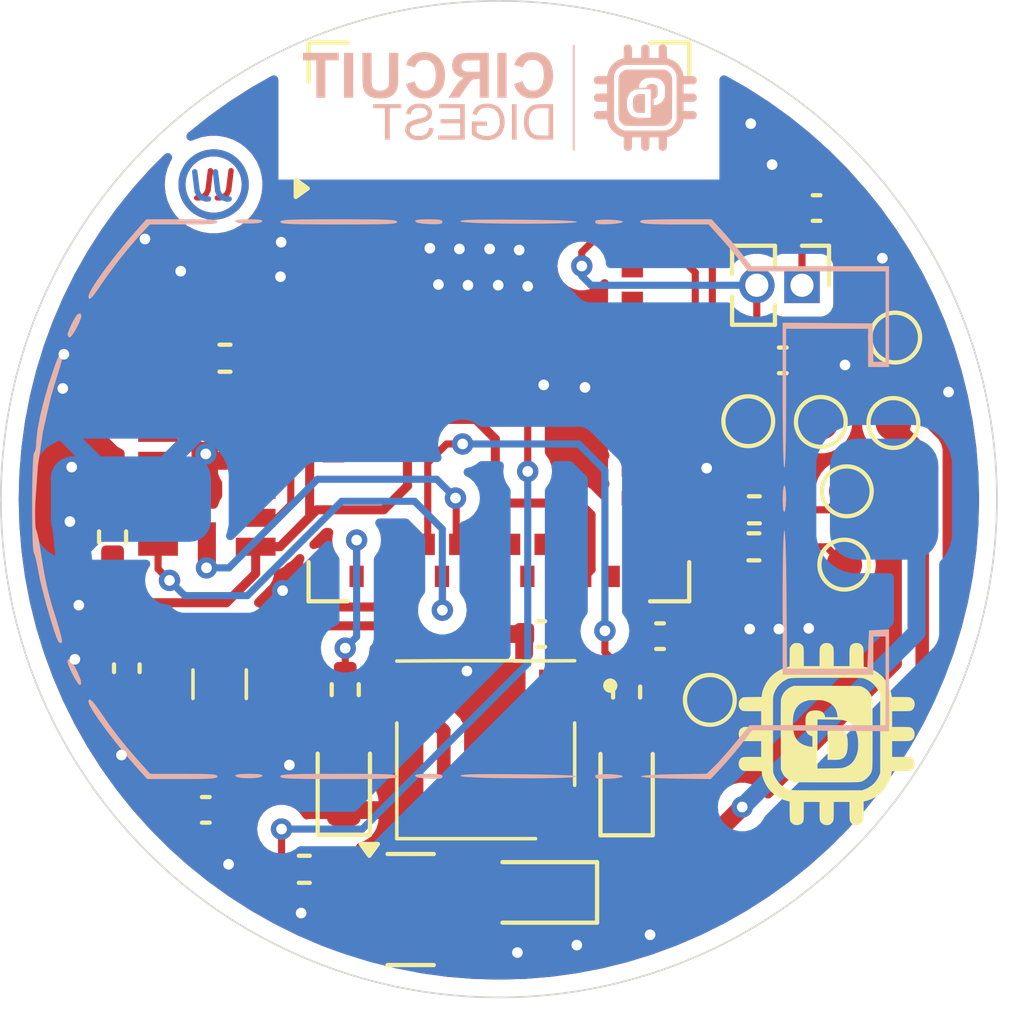
<source format=kicad_pcb>
(kicad_pcb (version 20240108) (generator "pcbnew") (generator_version "8.0")
  (layers (0 "F.Cu" signal) (31 "B.Cu" signal) (34 "B.Paste" user) (35 "F.Paste" user) (36 "B.SilkS" user "B.Silkscreen") (37 "F.SilkS" user "F.Silkscreen") (38 "B.Mask" user) (39 "F.Mask" user) (44 "Edge.Cuts" user))
  (net 0 "")
  (net 1 "GND")
  (net 2 "VDD")
  (net 3 "Net-(BZ1--)")
  (net 4 "Net-(U1-P0.00)")
  (net 5 "Net-(U1-P0.01)")
  (net 6 "VBUS")
  (net 7 "Net-(J1-Pin_1)")
  (net 8 "Net-(J1-Pin_2)")
  (net 9 "Net-(D1-A)")
  (net 10 "Net-(D2-A)")
  (net 11 "/SCL")
  (net 14 "/SDA")
  (net 15 "/INT1")
  (net 17 "Net-(IC1-~{CS})")
  (net 18 "/INT2")
  (net 19 "Net-(IC1-SDO{slash}ALT_ADDRESS)")
  (net 20 "Net-(Q1-E)")
  (net 21 "Net-(U1-P0.26)")
  (net 22 "Net-(U1-P0.27)")
  (net 23 "/D+")
  (net 24 "Net-(U1-D+)")
  (net 25 "Net-(U1-D-)")
  (net 26 "/D-")
  (net 27 "Net-(U1-P1.11)")
  (net 32 "/CLK")
  (net 45 "/SWD")
  (footprint "Resistor_SMD:R_0402_1005Metric" (layer "F.Cu") (at -5.47 10.4 180)
    (property "Reference" "R5" (hide yes))
    (property "Value" "1k")
    (pad "1" smd roundrect (at -0.51 0 180) (size 0.54 0.64) (layers "F.Cu" "F.Paste" "F.Mask") (net 20 "Net-(Q1-E)"))
    (pad "2" smd roundrect (at 0.51 0 180) (size 0.54 0.64) (layers "F.Cu" "F.Paste" "F.Mask") (net 27 "Net-(U1-P1.11)"))
  )
  (footprint "32.768:ABS07" (layer "F.Cu") (at -7.85 5.2 90)
    (property "Reference" "Y1" (hide yes))
    (property "Value" "32.768KHz" (hide yes))
    (pad "1" smd rect (at -1.25 0 90) (size 1.1 1.9) (layers "F.Cu" "F.Paste" "F.Mask") (net 5 "Net-(U1-P0.01)"))
    (pad "2" smd rect (at 1.25 0 90) (size 1.1 1.9) (layers "F.Cu" "F.Paste" "F.Mask") (net 4 "Net-(U1-P0.00)"))
  )
  (footprint "LED_SMD:LED_0603_1608Metric" (layer "F.Cu") (at 3.59 7.96 90)
    (property "Reference" "D1" (hide yes))
    (property "Value" "LED")
    (pad "1" smd roundrect (at -0.7875 0 90) (size 0.875 0.95) (layers "F.Cu" "F.Paste" "F.Mask") (net 1 "GND"))
    (pad "2" smd roundrect (at 0.7875 0 90) (size 0.875 0.95) (layers "F.Cu" "F.Paste" "F.Mask") (net 9 "Net-(D1-A)"))
  )
  (footprint "Connector_PinHeader_1.27mm:PinHeader_1x02_P1.27mm_Vertical" (layer "F.Cu") (at 8.52 -6.01 -90)
    (property "Reference" "J1" (hide yes))
    (property "Value" "NFC ANT")
    (pad "1" thru_hole rect (at 0 0 270) (size 1 1) (drill 0.65) (layers "*.Cu" "*.Mask") (net 7 "Net-(J1-Pin_1)"))
    (pad "2" thru_hole oval (at 0 1.27 270) (size 1 1) (drill 0.65) (layers "*.Cu" "*.Mask") (net 8 "Net-(J1-Pin_2)"))
  )
  (footprint "TestPoint:TestPoint_Pad_D1.0mm" (layer "F.Cu") (at 11.09 -2.14)
    (property "Reference" "TP5" (hide yes))
    (property "Value" "TestPoint")
    (pad "1" smd circle (at 0 0) (size 1 1) (layers "F.Cu" "F.Mask") (net 2 "VDD"))
  )
  (footprint "Package_TO_SOT_SMD:SOT-23" (layer "F.Cu") (at -2.48 11.53)
    (property "Reference" "Q1" (hide yes))
    (property "Value" "S8050")
    (pad "1" smd roundrect (at -0.9375 -0.95) (size 1.475 0.6) (layers "F.Cu" "F.Paste" "F.Mask") (net 20 "Net-(Q1-E)"))
    (pad "2" smd roundrect (at -0.9375 0.95) (size 1.475 0.6) (layers "F.Cu" "F.Paste" "F.Mask") (net 1 "GND"))
    (pad "3" smd roundrect (at 0.9375 0) (size 1.475 0.6) (layers "F.Cu" "F.Paste" "F.Mask") (net 3 "Net-(BZ1--)"))
  )
  (footprint "TestPoint:TestPoint_Pad_D1.0mm" (layer "F.Cu") (at 5.93 5.64)
    (property "Reference" "TP7" (hide yes))
    (property "Value" "TestPoint")
    (pad "1" smd circle (at 0 0) (size 1 1) (layers "F.Cu" "F.Mask") (net 6 "VBUS"))
  )
  (footprint "BuzzerSMD:SMT0540SR" (layer "F.Cu") (at -0.37 7.04 180)
    (property "Reference" "BZ1" (hide yes))
    (property "Value" "SMT-0540-S-R" (hide yes))
    (pad "1" smd rect (at -2.25 1.6 270) (size 1.3 1.5) (layers "F.Cu" "F.Paste" "F.Mask") (net 2 "VDD"))
    (pad "2" smd rect (at 2.25 1.6 270) (size 1.3 1.5) (layers "F.Cu" "F.Paste" "F.Mask") (net 3 "Net-(BZ1--)"))
    (pad "3" smd rect (at -2.25 -1.9 270) (size 1.3 1.3) (layers "F.Cu" "F.Paste" "F.Mask"))
  )
  (footprint "Resistor_SMD:R_0402_1005Metric" (layer "F.Cu") (at -7.7 -3.96)
    (property "Reference" "R6" (hide yes))
    (property "Value" "10k")
    (pad "1" smd roundrect (at -0.51 0) (size 0.54 0.64) (layers "F.Cu" "F.Paste" "F.Mask") (net 17 "Net-(IC1-~{CS})"))
    (pad "2" smd roundrect (at 0.51 0) (size 0.54 0.64) (layers "F.Cu" "F.Paste" "F.Mask") (net 2 "VDD"))
  )
  (footprint "Resistor_SMD:R_0402_1005Metric" (layer "F.Cu") (at 7.17 1.34 180)
    (property "Reference" "R4" (hide yes))
    (property "Value" "27")
    (pad "1" smd roundrect (at -0.51 0 180) (size 0.54 0.64) (layers "F.Cu" "F.Paste" "F.Mask") (net 26 "/D-"))
    (pad "2" smd roundrect (at 0.51 0 180) (size 0.54 0.64) (layers "F.Cu" "F.Paste" "F.Mask") (net 25 "Net-(U1-D-)"))
  )
  (footprint "TestPoint:TestPoint_Pad_D1.0mm" (layer "F.Cu") (at 9.05 -2.17 90)
    (property "Reference" "TP4" (hide yes))
    (property "Value" "TestPoint")
    (pad "1" smd circle (at 0 0 90) (size 1 1) (layers "F.Cu" "F.Mask") (net 32 "/CLK"))
  )
  (footprint "Capacitor_SMD:C_0402_1005Metric" (layer "F.Cu") (at -10.46 4.75 -90)
    (property "Reference" "C1" (hide yes))
    (property "Value" "7pF")
    (pad "1" smd roundrect (at -0.48 0 270) (size 0.56 0.62) (layers "F.Cu" "F.Paste" "F.Mask") (net 4 "Net-(U1-P0.00)"))
    (pad "2" smd roundrect (at 0.48 0 270) (size 0.56 0.62) (layers "F.Cu" "F.Paste" "F.Mask") (net 1 "GND"))
  )
  (footprint "Resistor_SMD:R_0402_1005Metric" (layer "F.Cu") (at 7.18 0.3 180)
    (property "Reference" "R3" (hide yes))
    (property "Value" "27")
    (pad "1" smd roundrect (at -0.51 0 180) (size 0.54 0.64) (layers "F.Cu" "F.Paste" "F.Mask") (net 23 "/D+"))
    (pad "2" smd roundrect (at 0.51 0 180) (size 0.54 0.64) (layers "F.Cu" "F.Paste" "F.Mask") (net 24 "Net-(U1-D+)"))
  )
  (footprint "Capacitor_SMD:C_0402_1005Metric" (layer "F.Cu") (at 7.98 -3.9)
    (property "Reference" "C6" (hide yes))
    (property "Value" "10uF")
    (pad "1" smd roundrect (at -0.48 0) (size 0.56 0.62) (layers "F.Cu" "F.Paste" "F.Mask") (net 8 "Net-(J1-Pin_2)"))
    (pad "2" smd roundrect (at 0.48 0) (size 0.56 0.62) (layers "F.Cu" "F.Paste" "F.Mask") (net 1 "GND"))
  )
  (footprint "Resistor_SMD:R_0402_1005Metric" (layer "F.Cu") (at 3.59 5.42 -90)
    (property "Reference" "R1" (hide yes))
    (property "Value" "1k")
    (pad "1" smd roundrect (at -0.51 0 270) (size 0.54 0.64) (layers "F.Cu" "F.Paste" "F.Mask") (net 21 "Net-(U1-P0.26)"))
    (pad "2" smd roundrect (at 0.51 0 270) (size 0.54 0.64) (layers "F.Cu" "F.Paste" "F.Mask") (net 9 "Net-(D1-A)"))
  )
  (footprint "Capacitor_SMD:C_0402_1005Metric" (layer "F.Cu") (at -8.24 8.73 180)
    (property "Reference" "C2" (hide yes))
    (property "Value" "7pF")
    (pad "1" smd roundrect (at -0.48 0 180) (size 0.56 0.62) (layers "F.Cu" "F.Paste" "F.Mask") (net 5 "Net-(U1-P0.01)"))
    (pad "2" smd roundrect (at 0.48 0 180) (size 0.56 0.62) (layers "F.Cu" "F.Paste" "F.Mask") (net 1 "GND"))
  )
  (footprint "LOGO" (layer "F.Cu") (at 9.23 6.6)
    (property "Reference" "G***" (hide yes))
    (property "Value" "LOGO" (hide yes))
  )
  (footprint "TestPoint:TestPoint_Pad_D1.0mm" (layer "F.Cu") (at 11.14 -4.54)
    (property "Reference" "TP6" (hide yes))
    (property "Value" "TestPoint")
    (pad "1" smd circle (at 0 0) (size 1 1) (layers "F.Cu" "F.Mask") (net 1 "GND"))
  )
  (footprint "Capacitor_SMD:C_0402_1005Metric" (layer "F.Cu") (at 8.93 -8.18 180)
    (property "Reference" "C5" (hide yes))
    (property "Value" "10uF")
    (pad "1" smd roundrect (at -0.48 0 180) (size 0.56 0.62) (layers "F.Cu" "F.Paste" "F.Mask") (net 1 "GND"))
    (pad "2" smd roundrect (at 0.48 0 180) (size 0.56 0.62) (layers "F.Cu" "F.Paste" "F.Mask") (net 7 "Net-(J1-Pin_1)"))
  )
  (footprint "Capacitor_SMD:C_0402_1005Metric" (layer "F.Cu") (at 4.53 3.85 180)
    (property "Reference" "C4" (hide yes))
    (property "Value" "10uF")
    (pad "1" smd roundrect (at -0.48 0 180) (size 0.56 0.62) (layers "F.Cu" "F.Paste" "F.Mask") (net 1 "GND"))
    (pad "2" smd roundrect (at 0.48 0 180) (size 0.56 0.62) (layers "F.Cu" "F.Paste" "F.Mask") (net 6 "VBUS"))
  )
  (footprint "TestPoint:TestPoint_Pad_D1.0mm" (layer "F.Cu") (at 9.78 -0.22)
    (property "Reference" "TP2" (hide yes))
    (property "Value" "TestPoint")
    (pad "1" smd circle (at 0 0) (size 1 1) (layers "F.Cu" "F.Mask") (net 23 "/D+"))
  )
  (footprint "Resistor_SMD:R_0402_1005Metric" (layer "F.Cu") (at -4.32 5.3525 -90)
    (property "Reference" "R2" (hide yes))
    (property "Value" "1k")
    (pad "1" smd roundrect (at -0.51 0 270) (size 0.54 0.64) (layers "F.Cu" "F.Paste" "F.Mask") (net 22 "Net-(U1-P0.27)"))
    (pad "2" smd roundrect (at 0.51 0 270) (size 0.54 0.64) (layers "F.Cu" "F.Paste" "F.Mask") (net 10 "Net-(D2-A)"))
  )
  (footprint "Resistor_SMD:R_0402_1005Metric" (layer "F.Cu") (at -10.86 1.06 -90)
    (property "Reference" "R7" (hide yes))
    (property "Value" "10k")
    (pad "1" smd roundrect (at -0.51 0 270) (size 0.54 0.64) (layers "F.Cu" "F.Paste" "F.Mask") (net 19 "Net-(IC1-SDO{slash}ALT_ADDRESS)"))
    (pad "2" smd roundrect (at 0.51 0 270) (size 0.54 0.64) (layers "F.Cu" "F.Paste" "F.Mask") (net 2 "VDD"))
  )
  (footprint "LED_SMD:LED_0603_1608Metric" (layer "F.Cu") (at -4.36 7.95 90)
    (property "Reference" "D2" (hide yes))
    (property "Value" "LED")
    (pad "1" smd roundrect (at -0.7875 0 90) (size 0.875 0.95) (layers "F.Cu" "F.Paste" "F.Mask") (net 1 "GND"))
    (pad "2" smd roundrect (at 0.7875 0 90) (size 0.875 0.95) (layers "F.Cu" "F.Paste" "F.Mask") (net 10 "Net-(D2-A)"))
  )
  (footprint "TestPoint:TestPoint_Pad_D1.0mm" (layer "F.Cu") (at 9.71 1.84)
    (property "Reference" "TP1" (hide yes))
    (property "Value" "TestPoint")
    (pad "1" smd circle (at 0 0) (size 1 1) (layers "F.Cu" "F.Mask") (net 26 "/D-"))
  )
  (footprint "ADXL345:LGA14R80P3X6_300X500X100" (layer "F.Cu") (at -8.21 -0.67 180)
    (property "Reference" "IC1" (hide yes))
    (property "Value" "ADXL345BCCZ" (hide yes))
    (pad "1" smd rect (at -1.3716 -2.0066 270) (size 0.508 1.1176) (layers "F.Cu" "F.Paste" "F.Mask") (net 2 "VDD"))
    (pad "2" smd rect (at -1.3716 -1.1938 270) (size 0.508 1.1176) (layers "F.Cu" "F.Paste" "F.Mask") (net 1 "GND"))
    (pad "3" smd rect (at -1.3716 -0.4064 270) (size 0.508 1.1176) (layers "F.Cu" "F.Paste" "F.Mask"))
    (pad "4" smd rect (at -1.3716 0.4064 270) (size 0.508 1.1176) (layers "F.Cu" "F.Paste" "F.Mask") (net 1 "GND"))
    (pad "5" smd rect (at -1.3716 1.1938 270) (size 0.508 1.1176) (layers "F.Cu" "F.Paste" "F.Mask") (net 1 "GND"))
    (pad "6" smd rect (at -1.3716 2.0066 270) (size 0.508 1.1176) (layers "F.Cu" "F.Paste" "F.Mask") (net 2 "VDD"))
    (pad "7" smd rect (at 0 1.8796 180) (size 0.508 1.1176) (layers "F.Cu" "F.Paste" "F.Mask") (net 17 "Net-(IC1-~{CS})"))
    (pad "8" smd rect (at 1.3716 2.0066 270) (size 0.508 1.1176) (layers "F.Cu" "F.Paste" "F.Mask") (net 15 "/INT1"))
    (pad "9" smd rect (at 1.3716 1.1938 270) (size 0.508 1.1176) (layers "F.Cu" "F.Paste" "F.Mask") (net 18 "/INT2"))
    (pad "10" smd rect (at 1.3716 0.4064 270) (size 0.508 1.1176) (layers "F.Cu" "F.Paste" "F.Mask"))
    (pad "11" smd rect (at 1.3716 -0.4064 270) (size 0.508 1.1176) (layers "F.Cu" "F.Paste" "F.Mask"))
    (pad "12" smd rect (at 1.3716 -1.1938 270) (size 0.508 1.1176) (layers "F.Cu" "F.Paste" "F.Mask") (net 19 "Net-(IC1-SDO{slash}ALT_ADDRESS)"))
    (pad "13" smd rect (at 1.3716 -2.0066 270) (size 0.508 1.1176) (layers "F.Cu" "F.Paste" "F.Mask") (net 14 "/SDA"))
    (pad "14" smd rect (at 0 -1.8796 180) (size 0.508 1.1176) (layers "F.Cu" "F.Paste" "F.Mask") (net 11 "/SCL"))
  )
  (footprint "RF_Module:Raytac_MDBT50Q" (layer "F.Cu") (at 0 -4.98)
    (property "Reference" "U1" (hide yes))
    (property "Value" "MDBT50Q-1MV2")
    (pad "1" smd rect (at -4.65 -3.75) (size 0.6 0.4) (layers "F.Cu" "F.Paste" "F.Mask") (net 1 "GND"))
    (pad "2" smd rect (at -4.65 -2.65) (size 0.6 0.4) (layers "F.Cu" "F.Paste" "F.Mask") (net 1 "GND"))
    (pad "3" smd rect (at -4.65 -1.85) (size 0.6 0.4) (layers "F.Cu" "F.Paste" "F.Mask"))
    (pad "4" smd rect (at -4.65 -0.25) (size 0.6 0.4) (layers "F.Cu" "F.Paste" "F.Mask") (net 27 "Net-(U1-P1.11)"))
    (pad "5" smd rect (at -3.75 0.15) (size 0.6 0.4) (layers "F.Cu" "F.Paste" "F.Mask"))
    (pad "6" smd rect (at -4.65 0.55) (size 0.6 0.4) (layers "F.Cu" "F.Paste" "F.Mask") (net 18 "/INT2"))
    (pad "7" smd rect (at -3.75 0.95) (size 0.6 0.4) (layers "F.Cu" "F.Paste" "F.Mask"))
    (pad "8" smd rect (at -4.65 1.35) (size 0.6 0.4) (layers "F.Cu" "F.Paste" "F.Mask") (net 15 "/INT1"))
    (pad "9" smd rect (at -3.75 1.75) (size 0.6 0.4) (layers "F.Cu" "F.Paste" "F.Mask"))
    (pad "10" smd rect (at -4.65 2.15) (size 0.6 0.4) (layers "F.Cu" "F.Paste" "F.Mask"))
    (pad "11" smd rect (at -3.75 2.55) (size 0.6 0.4) (layers "F.Cu" "F.Paste" "F.Mask"))
    (pad "12" smd rect (at -4.65 2.95) (size 0.6 0.4) (layers "F.Cu" "F.Paste" "F.Mask"))
    (pad "13" smd rect (at -3.75 3.35) (size 0.6 0.4) (layers "F.Cu" "F.Paste" "F.Mask"))
    (pad "14" smd rect (at -4.65 3.75) (size 0.6 0.4) (layers "F.Cu" "F.Paste" "F.Mask"))
    (pad "15" smd rect (at -4.8 7.15 90) (size 0.6 0.4) (layers "F.Cu" "F.Paste" "F.Mask") (net 1 "GND"))
    (pad "16" smd rect (at -4 7.15 90) (size 0.6 0.4) (layers "F.Cu" "F.Paste" "F.Mask") (net 22 "Net-(U1-P0.27)"))
    (pad "17" smd rect (at -3.2 7.15 90) (size 0.6 0.4) (layers "F.Cu" "F.Paste" "F.Mask") (net 4 "Net-(U1-P0.00)"))
    (pad "18" smd rect (at -2.4 7.15 90) (size 0.6 0.4) (layers "F.Cu" "F.Paste" "F.Mask") (net 5 "Net-(U1-P0.01)"))
    (pad "19" smd rect (at -2 6.25 90) (size 0.6 0.4) (layers "F.Cu" "F.Paste" "F.Mask") (net 21 "Net-(U1-P0.26)"))
    (pad "20" smd rect (at -1.6 7.15 90) (size 0.6 0.4) (layers "F.Cu" "F.Paste" "F.Mask") (net 14 "/SDA"))
    (pad "21" smd rect (at -1.2 6.25 90) (size 0.6 0.4) (layers "F.Cu" "F.Paste" "F.Mask") (net 11 "/SCL"))
    (pad "22" smd rect (at -0.8 7.15 90) (size 0.6 0.4) (layers "F.Cu" "F.Paste" "F.Mask"))
    (pad "23" smd rect (at -0.4 6.25 90) (size 0.6 0.4) (layers "F.Cu" "F.Paste" "F.Mask"))
    (pad "24" smd rect (at 0 7.15 90) (size 0.6 0.4) (layers "F.Cu" "F.Paste" "F.Mask"))
    (pad "25" smd rect (at 0.4 6.25 90) (size 0.6 0.4) (layers "F.Cu" "F.Paste" "F.Mask"))
    (pad "26" smd rect (at 0.8 7.15 90) (size 0.6 0.4) (layers "F.Cu" "F.Paste" "F.Mask"))
    (pad "27" smd rect (at 1.2 6.25 90) (size 0.6 0.4) (layers "F.Cu" "F.Paste" "F.Mask"))
    (pad "28" smd rect (at 1.6 7.15 90) (size 0.6 0.4) (layers "F.Cu" "F.Paste" "F.Mask") (net 2 "VDD"))
    (pad "29" smd rect (at 2 6.25 90) (size 0.6 0.4) (layers "F.Cu" "F.Paste" "F.Mask"))
    (pad "30" smd rect (at 2.4 7.15 90) (size 0.6 0.4) (layers "F.Cu" "F.Paste" "F.Mask") (net 2 "VDD"))
    (pad "31" smd rect (at 3.2 7.15 90) (size 0.6 0.4) (layers "F.Cu" "F.Paste" "F.Mask"))
    (pad "32" smd rect (at 4 7.15 90) (size 0.6 0.4) (layers "F.Cu" "F.Paste" "F.Mask") (net 6 "VBUS"))
    (pad "33" smd rect (at 4.8 7.15 90) (size 0.6 0.4) (layers "F.Cu" "F.Paste" "F.Mask") (net 1 "GND"))
    (pad "34" smd rect (at 4.65 6.15) (size 0.6 0.4) (layers "F.Cu" "F.Paste" "F.Mask") (net 25 "Net-(U1-D-)"))
    (pad "35" smd rect (at 4.65 5.35) (size 0.6 0.4) (layers "F.Cu" "F.Paste" "F.Mask") (net 24 "Net-(U1-D+)"))
    (pad "36" smd rect (at 3.75 4.95) (size 0.6 0.4) (layers "F.Cu" "F.Paste" "F.Mask"))
    (pad "37" smd rect (at 4.65 4.55) (size 0.6 0.4) (layers "F.Cu" "F.Paste" "F.Mask"))
    (pad "38" smd rect (at 3.75 4.15) (size 0.6 0.4) (layers "F.Cu" "F.Paste" "F.Mask"))
    (pad "39" smd rect (at 4.65 3.75) (size 0.6 0.4) (layers "F.Cu" "F.Paste" "F.Mask"))
    (pad "40" smd rect (at 3.75 3.35) (size 0.6 0.4) (layers "F.Cu" "F.Paste" "F.Mask"))
    (pad "41" smd rect (at 4.65 2.95) (size 0.6 0.4) (layers "F.Cu" "F.Paste" "F.Mask"))
    (pad "42" smd rect (at 3.75 2.55) (size 0.6 0.4) (layers "F.Cu" "F.Paste" "F.Mask"))
    (pad "43" smd rect (at 3.75 1.75) (size 0.6 0.4) (layers "F.Cu" "F.Paste" "F.Mask"))
    (pad "44" smd rect (at 4.65 1.35) (size 0.6 0.4) (layers "F.Cu" "F.Paste" "F.Mask"))
    (pad "45" smd rect (at 3.75 0.95) (size 0.6 0.4) (layers "F.Cu" "F.Paste" "F.Mask"))
    (pad "46" smd rect (at 4.65 0.55) (size 0.6 0.4) (layers "F.Cu" "F.Paste" "F.Mask"))
    (pad "47" smd rect (at 3.75 0.15) (size 0.6 0.4) (layers "F.Cu" "F.Paste" "F.Mask"))
    (pad "48" smd rect (at 4.65 -0.25) (size 0.6 0.4) (layers "F.Cu" "F.Paste" "F.Mask"))
    (pad "49" smd rect (at 3.75 -0.65) (size 0.6 0.4) (layers "F.Cu" "F.Paste" "F.Mask"))
    (pad "50" smd rect (at 3.75 -1.45) (size 0.6 0.4) (layers "F.Cu" "F.Paste" "F.Mask"))
    (pad "51" smd rect (at 4.65 -1.85) (size 0.6 0.4) (layers "F.Cu" "F.Paste" "F.Mask") (net 45 "/SWD"))
    (pad "52" smd rect (at 3.75 -2.25) (size 0.6 0.4) (layers "F.Cu" "F.Paste" "F.Mask") (net 8 "Net-(J1-Pin_2)"))
    (pad "53" smd rect (at 4.65 -2.65) (size 0.6 0.4) (layers "F.Cu" "F.Paste" "F.Mask") (net 32 "/CLK"))
    (pad "54" smd rect (at 3.75 -3.05) (size 0.6 0.4) (layers "F.Cu" "F.Paste" "F.Mask") (net 7 "Net-(J1-Pin_1)"))
    (pad "55" smd rect (at 4.65 -3.75) (size 0.6 0.4) (layers "F.Cu" "F.Paste" "F.Mask") (net 1 "GND"))
    (pad "56" smd rect (at -2 0.55 90) (size 0.6 0.4) (layers "F.Cu" "F.Paste" "F.Mask"))
    (pad "57" smd rect (at -1.2 0.55 90) (size 0.6 0.4) (layers "F.Cu" "F.Paste" "F.Mask"))
    (pad "58" smd rect (at -0.4 0.55 90) (size 0.6 0.4) (layers "F.Cu" "F.Paste" "F.Mask"))
    (pad "59" smd rect (at 0.4 0.55 90) (size 0.6 0.4) (layers "F.Cu" "F.Paste" "F.Mask"))
    (pad "60" smd rect (at 1.2 0.55 90) (size 0.6 0.4) (layers "F.Cu" "F.Paste" "F.Mask"))
    (pad "61" smd rect (at 2 0.55 90) (size 0.6 0.4) (layers "F.Cu" "F.Paste" "F.Mask"))
    (zone (net 0) (net_name "") (layer "F.Cu") (connect_pads (clearance 0)) (min_thickness 0.254)
      (keepout (tracks not_allowed) (vias not_allowed) (pads not_allowed) (copperpour not_allowed) (footprints not_allowed))
      (fill (thermal_gap 0.508) (thermal_bridge_width 0.508))
      (polygon (pts (xy -0.7 -7.73) (xy -2.3 -7.73) (xy -2.3 -8.93) (xy -0.7 -8.93)))
    )
    (zone (net 0) (net_name "") (layers "*.Cu") (connect_pads (clearance 0)) (min_thickness 0.254)
      (keepout (tracks not_allowed) (vias not_allowed) (pads not_allowed) (copperpour not_allowed) (footprints not_allowed))
      (fill (thermal_gap 0.508) (thermal_bridge_width 0.508))
      (polygon (pts (xy -6.2 -8.98) (xy 6.2 -8.98) (xy 6.2 -12.73) (xy -6.2 -12.73)))
    )
  )
  (footprint "TestPoint:TestPoint_Pad_D1.0mm" (layer "F.Cu") (at 7.01 -2.19 90)
    (property "Reference" "TP3" (hide yes))
    (property "Value" "TestPoint")
    (pad "1" smd circle (at 0 0 90) (size 1 1) (layers "F.Cu" "F.Mask") (net 45 "/SWD"))
  )
  (footprint "Capacitor_SMD:C_0402_1005Metric" (layer "F.Cu") (at 1.19 3.79)
    (property "Reference" "C3" (hide yes))
    (property "Value" "10uF")
    (pad "1" smd roundrect (at -0.48 0) (size 0.56 0.62) (layers "F.Cu" "F.Paste" "F.Mask") (net 1 "GND"))
    (pad "2" smd roundrect (at 0.48 0) (size 0.56 0.62) (layers "F.Cu" "F.Paste" "F.Mask") (net 2 "VDD"))
  )
  (footprint "Diode_SMD:D_SOD-323" (layer "F.Cu") (at 1.15 11.05 180)
    (property "Reference" "D3" (hide yes))
    (property "Value" "1N4148WS")
    (pad "1" smd roundrect (at -1.05 0 180) (size 0.6 0.45) (layers "F.Cu" "F.Paste" "F.Mask") (net 2 "VDD"))
    (pad "2" smd roundrect (at 1.05 0 180) (size 0.6 0.45) (layers "F.Cu" "F.Paste" "F.Mask") (net 3 "Net-(BZ1--)"))
  )
  (footprint "CR2032Holder_BH-74B-5:BH-74B-5" (layer "B.Cu") (at -13.145 0)
    (property "Reference" "BT1" (hide yes))
    (property "Value" "CR2032" (hide yes))
    (pad "1" smd roundrect (at 23.975 0) (size 3.05 3.4) (layers "B.Cu" "B.Paste" "B.Mask") (net 2 "VDD"))
    (pad "2" smd roundrect (at 2.8 0) (size 4.5 2.4) (layers "B.Cu" "B.Paste" "B.Mask") (net 1 "GND"))
  )
  (footprint "LOGO" (layer "B.Cu") (at 0.03 -11.28 180)
    (property "Reference" "G***" (hide yes))
    (property "Value" "LOGO" (hide yes))
  )
  (gr_circle (center -8.02 -8.84) (end -7.131 -8.84) (stroke (width 0.2)) (fill none) (layer "F.Cu"))
  (gr_circle (center -8.02 -8.84) (end -7.131 -8.84) (stroke (width 0.2)) (fill none) (layer "B.Cu"))
  (gr_circle (center 0 0) (end 14 0) (stroke (width 0.05)) (fill none) (layer "Edge.Cuts"))
  (gr_text "JJ" (at -8.7 -8.81 0) (layer "F.Cu") (effects (font (size 0.762 0.762) (thickness 0.1524) (bold yes) (italic yes)) (justify left)))
  (gr_text "JJ" (at -7.38 -8.78 0) (layer "B.Cu") (effects (font (size 0.762 0.762) (thickness 0.1524) (bold yes) (italic yes)) (justify left mirror)))
  (segment (start -6.8384 0.5238) (end -6.2238 0.5238) (width 0.2) (layer "F.Cu") (net 1))
  (segment (start -5.85 0.15) (end -5.85 -0.79) (width 0.2) (layer "F.Cu") (net 1))
  (segment (start -11.67 3.12) (end -11.81 2.98) (width 0.2) (layer "F.Cu") (net 1))
  (segment (start 4.65 -8.73) (end 7.01 -8.73) (width 0.2) (layer "F.Cu") (net 1))
  (segment (start 7.01 -8.73) (end 7.68 -9.4) (width 0.2) (layer "F.Cu") (net 1))
  (segment (start -6.1364 -1.0764) (end -6.8384 -1.0764) (width 0.2) (layer "F.Cu") (net 1))
  (segment (start -6.2238 0.5238) (end -5.85 0.15) (width 0.2) (layer "F.Cu") (net 1))
  (segment (start -5.85 -0.79) (end -6.1364 -1.0764) (width 0.2) (layer "F.Cu") (net 1))
  (via (at -0.9 4.83) (size 0.6) (drill 0.3) (layers "F.Cu" "B.Cu") (net 1))
  (via (at -12.23 -4.07) (size 0.6) (drill 0.3) (layers "F.Cu" "B.Cu") (net 1))
  (via (at -10.61 7.19) (size 0.6) (drill 0.3) (layers "F.Cu" "B.Cu") (net 1))
  (via (at 7.87 3.65) (size 0.6) (drill 0.3) (layers "F.Cu" "B.Cu") (net 1))
  (via (at 7.08 -10.55) (size 0.6) (drill 0.3) (layers "F.Cu" "B.Cu") (net 1))
  (via (at -0.87 -6.01) (size 0.6) (drill 0.3) (layers "F.Cu" "B.Cu") (net 1))
  (via (at 4.25 12.24) (size 0.6) (drill 0.3) (layers "F.Cu" "B.Cu") (net 1))
  (via (at 0.52 12.74) (size 0.6) (drill 0.3) (layers "F.Cu" "B.Cu") (net 1))
  (via (at 2.42 -3.14) (size 0.6) (drill 0.3) (layers "F.Cu" "B.Cu") (net 1))
  (via (at -12.06 0.63) (size 0.6) (drill 0.3) (layers "F.Cu" "B.Cu") (net 1))
  (via (at -0.02 -6.01) (size 0.6) (drill 0.3) (layers "F.Cu" "B.Cu") (net 1))
  (via (at -1.11 -7.03) (size 0.6) (drill 0.3) (layers "F.Cu" "B.Cu") (net 1))
  (via (at 0.57 -7) (size 0.6) (drill 0.3) (layers "F.Cu" "B.Cu") (net 1))
  (via (at -1.7 -6.03) (size 0.6) (drill 0.3) (layers "F.Cu" "B.Cu") (net 1))
  (via (at -8.945 -6.405) (size 0.6) (drill 0.3) (layers "F.Cu" "B.Cu") (net 1))
  (via (at 5.84 -0.87) (size 0.6) (drill 0.3) (layers "F.Cu" "B.Cu") (net 1))
  (via (at -6.08 2.57) (size 0.6) (drill 0.3) (layers "F.Cu" "B.Cu") (net 1))
  (via (at 7.68 -9.4) (size 0.6) (drill 0.3) (layers "F.Cu" "B.Cu") (net 1))
  (via (at -6.12 -7.22) (size 0.6) (drill 0.3) (layers "F.Cu" "B.Cu") (net 1))
  (via (at -5.89 7.47) (size 0.6) (drill 0.3) (layers "F.Cu" "B.Cu") (net 1))
  (via (at 1.26 -3.21) (size 0.6) (drill 0.3) (layers "F.Cu" "B.Cu") (net 1))
  (via (at 12.64 -3.01) (size 0.6) (drill 0.3) (layers "F.Cu" "B.Cu") (net 1))
  (via (at -12.26 -3.11) (size 0.6) (drill 0.3) (layers "F.Cu" "B.Cu") (net 1))
  (via (at -11.92 4.5) (size 0.6) (drill 0.3) (layers "F.Cu" "B.Cu") (net 1))
  (via (at 8.71 3.63) (size 0.6) (drill 0.3) (layers "F.Cu" "B.Cu") (net 1))
  (via (at 2.19 12.53) (size 0.6) (drill 0.3) (layers "F.Cu" "B.Cu") (net 1))
  (via (at 7.05 3.65) (size 0.6) (drill 0.3) (layers "F.Cu" "B.Cu") (net 1))
  (via (at 9.73 -3.77) (size 0.6) (drill 0.3) (layers "F.Cu" "B.Cu") (net 1))
  (via (at -7.6 10.26) (size 0.6) (drill 0.3) (layers "F.Cu" "B.Cu") (net 1))
  (via (at -12.01 -0.9) (size 0.6) (drill 0.3) (layers "F.Cu" "B.Cu") (net 1))
  (via (at -8.24 -1.27) (size 0.6) (drill 0.3) (layers "F.Cu" "B.Cu") (net 1))
  (via (at -9.95 -7.31) (size 0.6) (drill 0.3) (layers "F.Cu" "B.Cu") (net 1))
  (via (at -1.94 -7.05) (size 0.6) (drill 0.3) (layers "F.Cu" "B.Cu") (net 1))
  (via (at 0.81 -5.98) (size 0.6) (drill 0.3) (layers "F.Cu" "B.Cu") (net 1))
  (via (at -11.81 2.98) (size 0.6) (drill 0.3) (layers "F.Cu" "B.Cu") (net 1))
  (via (at -6.14 -6.25) (size 0.6) (drill 0.3) (layers "F.Cu" "B.Cu") (net 1))
  (via (at -5.56 11.63) (size 0.6) (drill 0.3) (layers "F.Cu" "B.Cu") (net 1))
  (via (at 10.78 -6.77) (size 0.6) (drill 0.3) (layers "F.Cu" "B.Cu") (net 1))
  (via (at -0.26 -7.03) (size 0.6) (drill 0.3) (layers "F.Cu" "B.Cu") (net 1))
  (segment (start -11.81 0.460993) (end -11.35 0.000993) (width 1.016) (layer "B.Cu") (net 1))
  (segment (start -12.06 0.63) (end -11.81 0.460993) (width 1.016) (layer "B.Cu") (net 1))
  (segment (start -11.81 2.98) (end -12.06 0.63) (width 1.016) (layer "B.Cu") (net 1))
  (segment (start -0.1 -0.27) (end -0.1 -1.69) (width 0.254) (layer "F.Cu") (net 2))
  (segment (start -10.18 2.91) (end -7.66 2.91) (width 0.254) (layer "F.Cu") (net 2))
  (segment (start -6.86 -3.63) (end -6.85 -3.63) (width 0.2) (layer "F.Cu") (net 2))
  (segment (start 11.9 4.94) (end 11.9 -1.33) (width 0.381) (layer "F.Cu") (net 2))
  (segment (start 1.73 5.59) (end 0.2 7.12) (width 0.381) (layer "F.Cu") (net 2))
  (segment (start 2.26 0.11) (end 0.28 0.11) (width 0.254) (layer "F.Cu") (net 2))
  (segment (start 2.5905 1.9795) (end 2.5905 0.4405) (width 0.254) (layer "F.Cu") (net 2))
  (segment (start -6.8384 -3.6184) (end -6.8384 -2.6766) (width 0.2) (layer "F.Cu") (net 2))
  (segment (start -3.24 0.3) (end -5.12 0.3) (width 0.254) (layer "F.Cu") (net 2))
  (segment (start -6.85 -3.63) (end -6.8384 -3.6184) (width 0.2) (layer "F.Cu") (net 2))
  (segment (start -10.86 2.23) (end -10.18 2.91) (width 0.254) (layer "F.Cu") (net 2))
  (segment (start -2.57 -0.37) (end -3.24 0.3) (width 0.254) (layer "F.Cu") (net 2))
  (segment (start -5.32 0.5) (end -5.32 -2.02) (width 0.254) (layer "F.Cu") (net 2))
  (segment (start 2.2 11.05) (end 5.79 11.05) (width 0.381) (layer "F.Cu") (net 2))
  (segment (start -10.86 1.57) (end -10.86 2.23) (width 0.254) (layer "F.Cu") (net 2))
  (segment (start 1.6 2.17) (end 2.4 2.17) (width 0.381) (layer "F.Cu") (net 2))
  (segment (start 2.4 2.17) (end 2.5905 1.9795) (width 0.254) (layer "F.Cu") (net 2))
  (segment (start 6.84 8.65) (end 4.44 11.05) (width 0.508) (layer "F.Cu") (net 2))
  (segment (start -6.1566 1.3366) (end -5.61 0.79) (width 0.254) (layer "F.Cu") (net 2))
  (segment (start 0.2 7.12) (end 0.2 9.74) (width 0.381) (layer "F.Cu") (net 2))
  (segment (start 5.79 11.05) (end 11.9 4.94) (width 0.381) (layer "F.Cu") (net 2))
  (segment (start -5.9766 -2.6766) (end -6.8384 -2.6766) (width 0.254) (layer "F.Cu") (net 2))
  (segment (start 11.9 -1.33) (end 11.09 -2.14) (width 0.381) (layer "F.Cu") (net 2))
  (segment (start 0.2 9.74) (end 1.51 11.05) (width 0.381) (layer "F.Cu") (net 2))
  (segment (start -6.8384 2.0884) (end -6.8384 1.3366) (width 0.254) (layer "F.Cu") (net 2))
  (segment (start -6.8384 1.3366) (end -6.1566 1.3366) (width 0.254) (layer "F.Cu") (net 2))
  (segment (start -5.32 -2.02) (end -5.9766 -2.6766) (width 0.254) (layer "F.Cu") (net 2))
  (segment (start -7.19 -3.96) (end -6.86 -3.63) (width 0.2) (layer "F.Cu") (net 2))
  (segment (start -5.61 0.79) (end -5.32 0.5) (width 0.254) (layer "F.Cu") (net 2))
  (segment (start -5.12 0.3) (end -5.61 0.79) (width 0.254) (layer "F.Cu") (net 2))
  (segment (start -1.9995 -2.2405) (end -2.57 -1.67) (width 0.254) (layer "F.Cu") (net 2))
  (segment (start 1.6 2.17) (end 1.73 2.3) (width 0.381) (layer "F.Cu") (net 2))
  (segment (start 0.28 0.11) (end -0.1 -0.27) (width 0.254) (layer "F.Cu") (net 2))
  (segment (start 1.73 2.3) (end 1.73 5.59) (width 0.381) (layer "F.Cu") (net 2))
  (segment (start -0.1 -1.69) (end -0.6505 -2.2405) (width 0.254) (layer "F.Cu") (net 2))
  (segment (start -0.6505 -2.2405) (end -1.9995 -2.2405) (width 0.254) (layer "F.Cu") (net 2))
  (segment (start -7.66 2.91) (end -6.8384 2.0884) (width 0.254) (layer "F.Cu") (net 2))
  (segment (start 2.5905 0.4405) (end 2.26 0.11) (width 0.254) (layer "F.Cu") (net 2))
  (segment (start 1.51 11.05) (end 2.2 11.05) (width 0.381) (layer "F.Cu") (net 2))
  (segment (start 4.44 11.05) (end 2.2 11.05) (width 0.508) (layer "F.Cu") (net 2))
  (segment (start -2.57 -1.67) (end -2.57 -0.37) (width 0.254) (layer "F.Cu") (net 2))
  (via (at 6.84 8.65) (size 0.6) (drill 0.3) (layers "F.Cu" "B.Cu") (net 2))
  (segment (start 11.74 0.44) (end 11.74 3.75) (width 0.508) (layer "B.Cu") (net 2))
  (segment (start 11.74 3.75) (end 6.84 8.65) (width 0.508) (layer "B.Cu") (net 2))
  (segment (start 9.825 0.000993) (end 11.300993 0.000993) (width 0.508) (layer "B.Cu") (net 2))
  (segment (start 11.300993 0.000993) (end 11.74 0.44) (width 0.508) (layer "B.Cu") (net 2))
  (segment (start -0.38 11.53) (end 0.1 11.05) (width 0.381) (layer "F.Cu") (net 3))
  (segment (start -1.5425 11.53) (end -0.38 11.53) (width 0.381) (layer "F.Cu") (net 3))
  (segment (start -1.55 11.5225) (end -1.5425 11.53) (width 0.381) (layer "F.Cu") (net 3))
  (segment (start -2.62 5.44) (end -1.55 6.51) (width 0.381) (layer "F.Cu") (net 3))
  (segment (start -1.55 6.51) (end -1.55 11.5225) (width 0.381) (layer "F.Cu") (net 3))
  (segment (start -3.48 3.03) (end -3.2 2.75) (width 0.254) (layer "F.Cu") (net 4))
  (segment (start -5.21 3.03) (end -3.48 3.03) (width 0.254) (layer "F.Cu") (net 4))
  (segment (start -10.14 3.95) (end -7.85 3.95) (width 0.254) (layer "F.Cu") (net 4))
  (segment (start -7.85 3.95) (end -6.13 3.95) (width 0.254) (layer "F.Cu") (net 4))
  (segment (start -3.2 2.75) (end -3.2 2.17) (width 0.254) (layer "F.Cu") (net 4))
  (segment (start -6.13 3.95) (end -5.21 3.03) (width 0.254) (layer "F.Cu") (net 4))
  (segment (start -10.46 4.27) (end -10.14 3.95) (width 0.254) (layer "F.Cu") (net 4))
  (segment (start -2.53 3.56) (end -2.4 3.43) (width 0.254) (layer "F.Cu") (net 5))
  (segment (start -7.85 6.45) (end -6.38 6.45) (width 0.254) (layer "F.Cu") (net 5))
  (segment (start -6.38 6.45) (end -5.83 5.9) (width 0.254) (layer "F.Cu") (net 5))
  (segment (start -5.83 4.43) (end -4.96 3.56) (width 0.254) (layer "F.Cu") (net 5))
  (segment (start -2.4 3.43) (end -2.4 2.17) (width 0.254) (layer "F.Cu") (net 5))
  (segment (start -7.76 6.54) (end -7.85 6.45) (width 0.254) (layer "F.Cu") (net 5))
  (segment (start -5.83 5.9) (end -5.83 4.43) (width 0.254) (layer "F.Cu") (net 5))
  (segment (start -7.76 8.73) (end -7.76 6.54) (width 0.254) (layer "F.Cu") (net 5))
  (segment (start -4.96 3.56) (end -2.53 3.56) (width 0.254) (layer "F.Cu") (net 5))
  (segment (start 4 3.7675) (end 4.0025 3.77) (width 0.381) (layer "F.Cu") (net 6))
  (segment (start 4.0025 3.77) (end 4.0025 3.969999) (width 0.381) (layer "F.Cu") (net 6))
  (segment (start 4 2.17) (end 4 3.7675) (width 0.381) (layer "F.Cu") (net 6))
  (segment (start 4.0025 3.969999) (end 5.672501 5.64) (width 0.381) (layer "F.Cu") (net 6))
  (segment (start 5.672501 5.64) (end 5.93 5.64) (width 0.381) (layer "F.Cu") (net 6))
  (segment (start 3.92 -8.2) (end 8.43 -8.2) (width 0.2) (layer "F.Cu") (net 7))
  (segment (start 3.75 -8.03) (end 3.92 -8.2) (width 0.2) (layer "F.Cu") (net 7))
  (segment (start 8.43 -8.2) (end 8.52 -8.11) (width 0.2) (layer "F.Cu") (net 7))
  (segment (start 8.52 -8.11) (end 8.52 -6.01) (width 0.2) (layer "F.Cu") (net 7))
  (segment (start 7.5 -3.9) (end 7.25 -4.15) (width 0.2) (layer "F.Cu") (net 8))
  (segment (start 2.62 -7.23) (end 2.33 -6.94) (width 0.2) (layer "F.Cu") (net 8))
  (segment (start 2.33 -6.94) (end 2.33 -6.55) (width 0.2) (layer "F.Cu") (net 8))
  (segment (start 3.75 -7.23) (end 2.62 -7.23) (width 0.2) (layer "F.Cu") (net 8))
  (segment (start 7.25 -4.15) (end 7.25 -6.01) (width 0.2) (layer "F.Cu") (net 8))
  (via (at 2.33 -6.55) (size 0.6) (drill 0.3) (layers "F.Cu" "B.Cu") (net 8))
  (segment (start 2.33 -6.27) (end 2.33 -6.55) (width 0.2) (layer "B.Cu") (net 8))
  (segment (start 2.59 -6.01) (end 2.33 -6.27) (width 0.2) (layer "B.Cu") (net 8))
  (segment (start 7.25 -6.01) (end 2.59 -6.01) (width 0.2) (layer "B.Cu") (net 8))
  (segment (start 3.59 5.93) (end 3.59 7.1725) (width 0.2) (layer "F.Cu") (net 9))
  (segment (start -4.32 7.1225) (end -4.36 7.1625) (width 0.2) (layer "F.Cu") (net 10))
  (segment (start -4.32 5.8625) (end -4.32 7.1225) (width 0.2) (layer "F.Cu") (net 10))
  (segment (start -8.22 1.93) (end -8.22 1.2196) (width 0.2) (layer "F.Cu") (net 11))
  (segment (start -1.2 -0.01) (end -1.22 -0.03) (width 0.2) (layer "F.Cu") (net 11))
  (segment (start -1.2 1.27) (end -1.2 -0.01) (width 0.2) (layer "F.Cu") (net 11))
  (segment (start -8.22 1.2196) (end -8.21 1.2096) (width 0.2) (layer "F.Cu") (net 11))
  (via (at -1.22 -0.03) (size 0.6) (drill 0.3) (layers "F.Cu" "B.Cu") (net 11))
  (via (at -8.22 1.93) (size 0.6) (drill 0.3) (layers "F.Cu" "B.Cu") (net 11))
  (segment (start -7.59 1.93) (end -5.1 -0.56) (width 0.2) (layer "B.Cu") (net 11))
  (segment (start -5.1 -0.56) (end -1.75 -0.56) (width 0.2) (layer "B.Cu") (net 11))
  (segment (start -8.22 1.93) (end -7.59 1.93) (width 0.2) (layer "B.Cu") (net 11))
  (segment (start -1.75 -0.56) (end -1.22 -0.03) (width 0.2) (layer "B.Cu") (net 11))
  (segment (start -9.26 2.283) (end -9.5816 1.9614) (width 0.2) (layer "F.Cu") (net 14))
  (segment (start -9.5816 1.9614) (end -9.5816 1.3366) (width 0.2) (layer "F.Cu") (net 14))
  (segment (start -1.59 3.12) (end -1.59 2.18) (width 0.2) (layer "F.Cu") (net 14))
  (segment (start -1.59 2.18) (end -1.6 2.17) (width 0.2) (layer "F.Cu") (net 14))
  (via (at -9.26 2.283) (size 0.6) (drill 0.3) (layers "F.Cu" "B.Cu") (net 14))
  (via (at -1.59 3.12) (size 0.6) (drill 0.3) (layers "F.Cu" "B.Cu") (net 14))
  (segment (start -1.59 0.84) (end -1.59 3.12) (width 0.2) (layer "B.Cu") (net 14))
  (segment (start -4.418529 0.06) (end -2.37 0.06) (width 0.2) (layer "B.Cu") (net 14))
  (segment (start -8.833 2.71) (end -7.068529 2.71) (width 0.2) (layer "B.Cu") (net 14))
  (segment (start -2.37 0.06) (end -1.59 0.84) (width 0.2) (layer "B.Cu") (net 14))
  (segment (start -9.26 2.283) (end -8.833 2.71) (width 0.2) (layer "B.Cu") (net 14))
  (segment (start -7.068529 2.71) (end -4.418529 0.06) (width 0.2) (layer "B.Cu") (net 14))
  (segment (start -9.5816 -4.3484) (end -9.21 -4.72) (width 0.2) (layer "F.Cu") (net 15))
  (segment (start -9.21 -4.72) (end -6.31 -4.72) (width 0.2) (layer "F.Cu") (net 15))
  (segment (start -5.22 -3.63) (end -4.65 -3.63) (width 0.2) (layer "F.Cu") (net 15))
  (segment (start -6.31 -4.72) (end -5.22 -3.63) (width 0.2) (layer "F.Cu") (net 15))
  (segment (start -9.5816 -2.6766) (end -9.5816 -4.3484) (width 0.2) (layer "F.Cu") (net 15))
  (segment (start -8.21 -3.96) (end -8.21 -2.5496) (width 0.2) (layer "F.Cu") (net 17))
  (segment (start -9.5816 -1.8638) (end -10.4338 -1.8638) (width 0.2) (layer "F.Cu") (net 18))
  (segment (start -10.25 -5.12) (end -5.91 -5.12) (width 0.2) (layer "F.Cu") (net 18))
  (segment (start -5.22 -4.43) (end -4.65 -4.43) (width 0.2) (layer "F.Cu") (net 18))
  (segment (start -10.69 -4.68) (end -10.25 -5.12) (width 0.2) (layer "F.Cu") (net 18))
  (segment (start -10.4338 -1.8638) (end -10.69 -2.12) (width 0.2) (layer "F.Cu") (net 18))
  (segment (start -10.69 -2.12) (end -10.69 -4.68) (width 0.2) (layer "F.Cu") (net 18))
  (segment (start -5.91 -5.12) (end -5.22 -4.43) (width 0.2) (layer "F.Cu") (net 18))
  (segment (start -9.6078 0.55) (end -9.5816 0.5238) (width 0.2) (layer "F.Cu") (net 19))
  (segment (start -10.86 0.55) (end -9.6078 0.55) (width 0.2) (layer "F.Cu") (net 19))
  (segment (start -3.4175 10.58) (end -3.4175 10.5925) (width 0.2) (layer "F.Cu") (net 20))
  (segment (start -3.5975 10.4) (end -3.4175 10.58) (width 0.2) (layer "F.Cu") (net 20))
  (segment (start -4.96 10.4) (end -3.5975 10.4) (width 0.2) (layer "F.Cu") (net 20))
  (segment (start -3.4175 10.5925) (end -3.425 10.6) (width 0.2) (layer "F.Cu") (net 20))
  (segment (start 2.98 4.3) (end 3.59 4.91) (width 0.2) (layer "F.Cu") (net 21))
  (segment (start -2 -1.02) (end -2 1.27) (width 0.2) (layer "F.Cu") (net 21))
  (segment (start 2.98 3.7) (end 2.98 4.3) (width 0.2) (layer "F.Cu") (net 21))
  (segment (start -1.47 -1.55) (end -2 -1.02) (width 0.2) (layer "F.Cu") (net 21))
  (segment (start -1.02 -1.55) (end -1.47 -1.55) (width 0.2) (layer "F.Cu") (net 21))
  (via (at -1.02 -1.55) (size 0.6) (drill 0.3) (layers "F.Cu" "B.Cu") (net 21))
  (via (at 2.98 3.7) (size 0.6) (drill 0.3) (layers "F.Cu" "B.Cu") (net 21))
  (segment (start -1.02 -1.55) (end 2.24 -1.55) (width 0.2) (layer "B.Cu") (net 21))
  (segment (start 2.98 -0.81) (end 2.98 3.7) (width 0.2) (layer "B.Cu") (net 21))
  (segment (start 2.24 -1.55) (end 2.98 -0.81) (width 0.2) (layer "B.Cu") (net 21))
  (segment (start -4.32 4.187) (end -4.32 4.8425) (width 0.2) (layer "F.Cu") (net 22))
  (segment (start -4 2.17) (end -4 1.15) (width 0.2) (layer "F.Cu") (net 22))
  (via (at -4.32 4.187) (size 0.6) (drill 0.3) (layers "F.Cu" "B.Cu") (net 22))
  (via (at -4 1.15) (size 0.6) (drill 0.3) (layers "F.Cu" "B.Cu") (net 22))
  (segment (start -4 3.867) (end -4 1.15) (width 0.2) (layer "B.Cu") (net 22))
  (segment (start -4.32 4.187) (end -4 3.867) (width 0.2) (layer "B.Cu") (net 22))
  (segment (start 7.69 0.3) (end 9.26 0.3) (width 0.2) (layer "F.Cu") (net 23))
  (segment (start 9.26 0.3) (end 9.78 -0.22) (width 0.2) (layer "F.Cu") (net 23))
  (segment (start 4.65 0.37) (end 6.6 0.37) (width 0.2) (layer "F.Cu") (net 24))
  (segment (start 6.6 0.37) (end 6.67 0.3) (width 0.2) (layer "F.Cu") (net 24))
  (segment (start 6.49 1.17) (end 6.66 1.34) (width 0.2) (layer "F.Cu") (net 25))
  (segment (start 4.65 1.17) (end 6.49 1.17) (width 0.2) (layer "F.Cu") (net 25))
  (segment (start 9.21 1.34) (end 9.71 1.84) (width 0.2) (layer "F.Cu") (net 26))
  (segment (start 7.68 1.34) (end 9.21 1.34) (width 0.2) (layer "F.Cu") (net 26))
  (segment (start 0.81 -2.12) (end 0.81 -0.78) (width 0.2) (layer "F.Cu") (net 27))
  (segment (start 0.16 -2.77) (end 0.81 -2.12) (width 0.2) (layer "F.Cu") (net 27))
  (segment (start -4.41 -5.61) (end -3.08 -5.61) (width 0.2) (layer "F.Cu") (net 27))
  (segment (start -3.08 -5.61) (end -2.79 -5.32) (width 0.2) (layer "F.Cu") (net 27))
  (segment (start -6.11 9.27) (end -6.11 10.27) (width 0.2) (layer "F.Cu") (net 27))
  (segment (start -6.11 10.27) (end -5.98 10.4) (width 0.2) (layer "F.Cu") (net 27))
  (segment (start -4.65 -5.23) (end -4.65 -5.37) (width 0.2) (layer "F.Cu") (net 27))
  (segment (start -2.79 -3.84) (end -1.72 -2.77) (width 0.2) (layer "F.Cu") (net 27))
  (segment (start -4.65 -5.37) (end -4.41 -5.61) (width 0.2) (layer "F.Cu") (net 27))
  (segment (start -1.72 -2.77) (end 0.16 -2.77) (width 0.2) (layer "F.Cu") (net 27))
  (segment (start -2.79 -5.32) (end -2.79 -3.84) (width 0.2) (layer "F.Cu") (net 27))
  (via (at -6.11 9.27) (size 0.6) (drill 0.3) (layers "F.Cu" "B.Cu") (net 27))
  (via (at 0.81 -0.78) (size 0.6) (drill 0.3) (layers "F.Cu" "B.Cu") (net 27))
  (segment (start -3.84 9.27) (end -6.11 9.27) (width 0.2) (layer "B.Cu") (net 27))
  (segment (start 0.81 -0.78) (end 0.81 4.62) (width 0.2) (layer "B.Cu") (net 27))
  (segment (start 0.81 4.62) (end -3.84 9.27) (width 0.2) (layer "B.Cu") (net 27))
  (segment (start 4.65 -7.63) (end 5.04 -7.63) (width 0.2) (layer "F.Cu") (net 32))
  (segment (start 5.04 -7.63) (end 6 -6.67) (width 0.2) (layer "F.Cu") (net 32))
  (segment (start 6 -6.67) (end 6 -4.43) (width 0.2) (layer "F.Cu") (net 32))
  (segment (start 8.26 -2.17) (end 9.05 -2.17) (width 0.2) (layer "F.Cu") (net 32))
  (segment (start 6 -4.43) (end 8.26 -2.17) (width 0.2) (layer "F.Cu") (net 32))
  (segment (start 4.65 -6.83) (end 5.06 -6.83) (width 0.2) (layer "F.Cu") (net 45))
  (segment (start 5.52 -3.88) (end 7.01 -2.39) (width 0.2) (layer "F.Cu") (net 45))
  (segment (start 7.01 -2.39) (end 7.01 -2.19) (width 0.2) (layer "F.Cu") (net 45))
  (segment (start 5.52 -6.37) (end 5.52 -3.88) (width 0.2) (layer "F.Cu") (net 45))
  (segment (start 5.06 -6.83) (end 5.52 -6.37) (width 0.2) (layer "F.Cu") (net 45))
  (zone (net 1) (net_name "GND") (layers "F&B.Cu") (connect_pads (clearance 0.381)) (min_thickness 0.25) (fill yes (thermal_gap 0.5) (thermal_bridge_width 0.5))
    (polygon (pts (xy -6.23 -12.54) (xy 6.22 -12.54) (xy 6.5 -12.4) (xy 6.8 -12.24) (xy 7.14 -12.04) (xy 7.54 -11.8) (xy 7.78 -11.64) (xy 8.01 -11.48) (xy 8.31 -11.27) (xy 8.54 -11.1) (xy 8.96 -10.77) (xy 9.51 -10.28) (xy 10.19 -9.6) (xy 10.77 -8.96) (xy 11.11 -8.53) (xy 11.61 -7.83) (xy 12.31 -6.68) (xy 12.69 -5.9) (xy 12.98 -5.26) (xy 13.22 -4.59) (xy 13.45 -3.89) (xy 13.66 -3.09) (xy 13.8 -2.39) (xy 13.89 -1.78) (xy 13.97 -0.9) (xy 14 -0.21) (xy 13.97 0.9) (xy 13.88 1.87) (xy 13.72 2.82) (xy 13.49 3.74) (xy 13.24 4.55) (xy 12.84 5.6) (xy 12.61 6.08) (xy 12.29 6.7) (xy 11.98 7.24) (xy 11.52 7.96) (xy 10.79 8.93) (xy 10.26 9.53) (xy 9.6 10.19) (xy 8.71 10.96) (xy 8.05 11.46) (xy 7.33 11.93) (xy 6.34 12.49) (xy 5.35 12.94) (xy 4.16 13.37) (xy 3.2 13.63) (xy 2.06 13.85) (xy 1.28 13.95) (xy 0.5 13.99) (xy -0.46 13.99) (xy -1.54 13.92) (xy -2.02 13.85) (xy -2.89 13.7) (xy -3.66 13.51) (xy -4.44 13.28) (xy -5.16 13.02) (xy -5.95 12.67) (xy -6.54 12.39) (xy -7.15 12.04) (xy -8.04 11.48) (xy -8.66 11.01) (xy -9.35 10.42) (xy -9.9 9.9) (xy -10.45 9.31) (xy -10.94 8.74) (xy -11.46 8.06) (xy -11.92 7.34) (xy -12.53 6.25) (xy -12.97 5.29) (xy -13.37 4.15) (xy -13.71 2.88) (xy -13.94 1.35) (xy -13.99 0.56) (xy -14 -0.23) (xy -13.96 -1.08) (xy -13.89 -1.71) (xy -13.78 -2.5) (xy -13.61 -3.31) (xy -13.32 -4.32) (xy -12.91 -5.42) (xy -12.45 -6.42) (xy -11.75 -7.63) (xy -11.03 -8.61) (xy -10.31 -9.48) (xy -9.42 -10.37) (xy -8.42 -11.2) (xy -7.45 -11.86)))
  )
)
</source>
